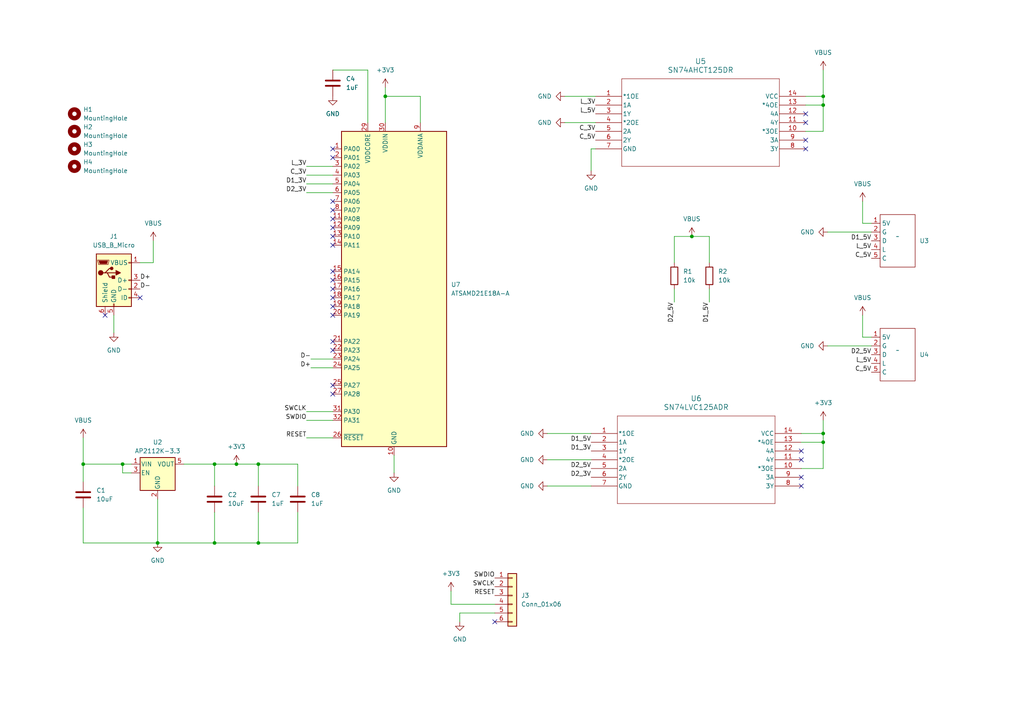
<source format=kicad_sch>
(kicad_sch (version 20230121) (generator eeschema)
  (paper "A4")
  (lib_symbols
    (symbol "Connector:USB_B_Micro" (pin_names (offset 1.016))
      (property "Reference" "J" (at -5.08 11.43 0))
      (property "Value" "USB_B_Micro" (at -5.08 8.89 0))
      (symbol "USB_B_Micro_0_1"
        (rectangle (start -5.08 -7.62) (end 5.08 7.62) (stroke (width 0.254)) (fill (type background)))
        (circle (center -3.81 2.159) (radius 0.635) (stroke (width 0.254)) (fill (type outline)))
        (circle (center -0.635 3.429) (radius 0.381) (stroke (width 0.254)) (fill (type outline)))
        (rectangle (start -0.127 -7.62) (end 0.127 -6.858))
        (polyline (pts (xy -1.905 2.159) (xy 0.635 2.159)) (stroke (width 0.254)))
        (polyline (pts (xy -3.175 2.159) (xy -2.54 2.159) (xy -1.27 3.429) (xy -0.635 3.429)) (stroke (width 0.254)))
        (polyline (pts (xy -2.54 2.159) (xy -1.905 2.159) (xy -1.27 0.889) (xy 0 0.889)) (stroke (width 0.254)))
        (polyline (pts (xy 0.635 2.794) (xy 0.635 1.524) (xy 1.905 2.159) (xy 0.635 2.794)) (stroke (width 0.254)) (fill (type outline)))
        (polyline (pts (xy -4.318 5.588) (xy -1.778 5.588) (xy -2.032 4.826) (xy -4.064 4.826) (xy -4.318 5.588)) (fill (type outline)))
        (polyline (pts (xy -4.699 5.842) (xy -4.699 5.588) (xy -4.445 4.826) (xy -4.445 4.572) (xy -1.651 4.572) (xy -1.651 4.826) (xy -1.397 5.588) (xy -1.397 5.842) (xy -4.699 5.842)))
        (rectangle (start 0.254 1.27) (end -0.508 0.508) (stroke (width 0.254)) (fill (type outline)))
        (rectangle (start 5.08 -5.207) (end 4.318 -4.953))
        (rectangle (start 5.08 -2.667) (end 4.318 -2.413))
        (rectangle (start 5.08 -0.127) (end 4.318 0.127))
        (rectangle (start 5.08 4.953) (end 4.318 5.207))
      )
      (symbol "USB_B_Micro_1_1"
        (pin power_out line (at 7.62 5.08 180) (length 2.54) (name "VBUS") (number "1"))
        (pin bidirectional line (at 7.62 -2.54 180) (length 2.54) (name "D-") (number "2"))
        (pin bidirectional line (at 7.62 0 180) (length 2.54) (name "D+") (number "3"))
        (pin passive line (at 7.62 -5.08 180) (length 2.54) (name "ID") (number "4"))
        (pin power_out line (at 0 -10.16 90) (length 2.54) (name "GND") (number "5"))
        (pin passive line (at -2.54 -10.16 90) (length 2.54) (name "Shield") (number "6"))
      )
    )
    (symbol "Connector_Generic:Conn_01x06" (pin_names (offset 1.016) hide)
      (property "Reference" "J" (at 0 7.62 0))
      (property "Value" "Conn_01x06" (at 0 -10.16 0))
      (symbol "Conn_01x06_1_1"
        (rectangle (start -1.27 -7.493) (end 0 -7.747) (stroke (width 0.1524)))
        (rectangle (start -1.27 -4.953) (end 0 -5.207) (stroke (width 0.1524)))
        (rectangle (start -1.27 -2.413) (end 0 -2.667) (stroke (width 0.1524)))
        (rectangle (start -1.27 0.127) (end 0 -0.127) (stroke (width 0.1524)))
        (rectangle (start -1.27 2.667) (end 0 2.413) (stroke (width 0.1524)))
        (rectangle (start -1.27 5.207) (end 0 4.953) (stroke (width 0.1524)))
        (rectangle (start -1.27 6.35) (end 1.27 -8.89) (stroke (width 0.254)) (fill (type background)))
        (pin passive line (at -5.08 5.08 0) (length 3.81) (name "Pin_1") (number "1"))
        (pin passive line (at -5.08 2.54 0) (length 3.81) (name "Pin_2") (number "2"))
        (pin passive line (at -5.08 0 0) (length 3.81) (name "Pin_3") (number "3"))
        (pin passive line (at -5.08 -2.54 0) (length 3.81) (name "Pin_4") (number "4"))
        (pin passive line (at -5.08 -5.08 0) (length 3.81) (name "Pin_5") (number "5"))
        (pin passive line (at -5.08 -7.62 0) (length 3.81) (name "Pin_6") (number "6"))
      )
    )
    (symbol "Device:C" (pin_numbers hide) (pin_names (offset 0.254))
      (property "Reference" "C" (at 0.635 2.54 0))
      (property "Value" "C" (at 0.635 -2.54 0))
      (symbol "C_0_1"
        (polyline (pts (xy -2.032 -0.762) (xy 2.032 -0.762)) (stroke (width 0.508)))
        (polyline (pts (xy -2.032 0.762) (xy 2.032 0.762)) (stroke (width 0.508)))
      )
      (symbol "C_1_1"
        (pin passive line (at 0 3.81 270) (length 2.794) (name "~") (number "1"))
        (pin passive line (at 0 -3.81 90) (length 2.794) (name "~") (number "2"))
      )
    )
    (symbol "Device:R" (pin_numbers hide) (pin_names (offset 0))
      (property "Reference" "R" (at 2.032 0 90))
      (property "Value" "R" (at 0 0 90))
      (symbol "R_0_1"
        (rectangle (start -1.016 -2.54) (end 1.016 2.54) (stroke (width 0.254)))
      )
      (symbol "R_1_1"
        (pin passive line (at 0 3.81 270) (length 1.27) (name "~") (number "1"))
        (pin passive line (at 0 -3.81 90) (length 1.27) (name "~") (number "2"))
      )
    )
    (symbol "MCU_Microchip_SAMD:ATSAMD21E18A-A"
      (property "Reference" "U" (at -13.97 46.99 0))
      (property "Value" "ATSAMD21E18A-A" (at 16.51 46.99 0))
      (symbol "ATSAMD21E18A-A_1_1"
        (rectangle (start -15.24 45.72) (end 15.24 -45.72) (stroke (width 0.254)) (fill (type background)))
        (pin bidirectional line (at -17.78 40.64 0) (length 2.54) (name "PA00") (number "1"))
        (pin power_in line (at 0 -48.26 90) (length 2.54) (name "GND") (number "10"))
        (pin bidirectional line (at -17.78 20.32 0) (length 2.54) (name "PA08") (number "11"))
        (pin bidirectional line (at -17.78 17.78 0) (length 2.54) (name "PA09") (number "12"))
        (pin bidirectional line (at -17.78 15.24 0) (length 2.54) (name "PA10") (number "13"))
        (pin bidirectional line (at -17.78 12.7 0) (length 2.54) (name "PA11") (number "14"))
        (pin bidirectional line (at -17.78 5.08 0) (length 2.54) (name "PA14") (number "15"))
        (pin bidirectional line (at -17.78 2.54 0) (length 2.54) (name "PA15") (number "16"))
        (pin bidirectional line (at -17.78 0 0) (length 2.54) (name "PA16") (number "17"))
        (pin bidirectional line (at -17.78 -2.54 0) (length 2.54) (name "PA17") (number "18"))
        (pin bidirectional line (at -17.78 -5.08 0) (length 2.54) (name "PA18") (number "19"))
        (pin bidirectional line (at -17.78 38.1 0) (length 2.54) (name "PA01") (number "2"))
        (pin bidirectional line (at -17.78 -7.62 0) (length 2.54) (name "PA19") (number "20"))
        (pin bidirectional line (at -17.78 -15.24 0) (length 2.54) (name "PA22") (number "21"))
        (pin bidirectional line (at -17.78 -17.78 0) (length 2.54) (name "PA23") (number "22"))
        (pin bidirectional line (at -17.78 -20.32 0) (length 2.54) (name "PA24") (number "23"))
        (pin bidirectional line (at -17.78 -22.86 0) (length 2.54) (name "PA25") (number "24"))
        (pin bidirectional line (at -17.78 -27.94 0) (length 2.54) (name "PA27") (number "25"))
        (pin input line (at -17.78 -43.18 0) (length 2.54) (name "~{RESET}") (number "26"))
        (pin bidirectional line (at -17.78 -30.48 0) (length 2.54) (name "PA28") (number "27"))
        (pin passive line (at 0 -48.26 90) (length 2.54) hide (name "GND") (number "28"))
        (pin power_out line (at -7.62 48.26 270) (length 2.54) (name "VDDCORE") (number "29"))
        (pin bidirectional line (at -17.78 35.56 0) (length 2.54) (name "PA02") (number "3"))
        (pin power_in line (at -2.54 48.26 270) (length 2.54) (name "VDDIN") (number "30"))
        (pin bidirectional line (at -17.78 -35.56 0) (length 2.54) (name "PA30") (number "31"))
        (pin bidirectional line (at -17.78 -38.1 0) (length 2.54) (name "PA31") (number "32"))
        (pin bidirectional line (at -17.78 33.02 0) (length 2.54) (name "PA03") (number "4"))
        (pin bidirectional line (at -17.78 30.48 0) (length 2.54) (name "PA04") (number "5"))
        (pin bidirectional line (at -17.78 27.94 0) (length 2.54) (name "PA05") (number "6"))
        (pin bidirectional line (at -17.78 25.4 0) (length 2.54) (name "PA06") (number "7"))
        (pin bidirectional line (at -17.78 22.86 0) (length 2.54) (name "PA07") (number "8"))
        (pin power_in line (at 7.62 48.26 270) (length 2.54) (name "VDDANA") (number "9"))
      )
    )
    (symbol "Mechanical:MountingHole" (pin_names (offset 1.016))
      (property "Reference" "H" (at 0 5.08 0))
      (property "Value" "MountingHole" (at 0 3.175 0))
      (symbol "MountingHole_0_1"
        (circle (center 0 0) (radius 1.27) (stroke (width 1.27)))
      )
    )
    (symbol "Minor_Industries:Nes_Controller_Port"
      (property "Reference" "U" (at 0 0 0))
      (symbol "Nes_Controller_Port_0_1"
        (rectangle (start -5.08 6.35) (end 5.08 -8.89))
      )
      (symbol "Nes_Controller_Port_1_1"
        (pin power_in line (at -7.62 3.81 0) (length 2.54) (name "5V") (number "1"))
        (pin power_in line (at -7.62 1.27 0) (length 2.54) (name "G") (number "2"))
        (pin output line (at -7.62 -1.27 0) (length 2.54) (name "D") (number "3"))
        (pin input line (at -7.62 -3.81 0) (length 2.54) (name "L") (number "4"))
        (pin input line (at -7.62 -6.35 0) (length 2.54) (name "C") (number "5"))
      )
    )
    (symbol "Minor_Industries:SN74AHCT125DR" (pin_names (offset 0.254))
      (property "Reference" "U5" (at 30.48 10.16 0))
      (property "Value" "SN74AHCT125DR" (at 30.48 7.62 0))
      (symbol "SN74AHCT125DR_0_1"
        (polyline (pts (xy 7.62 -20.32) (xy 53.34 -20.32)) (stroke (width 0.127)))
        (polyline (pts (xy 7.62 5.08) (xy 7.62 -20.32)) (stroke (width 0.127)))
        (polyline (pts (xy 53.34 -20.32) (xy 53.34 5.08)) (stroke (width 0.127)))
        (polyline (pts (xy 53.34 5.08) (xy 7.62 5.08)) (stroke (width 0.127)))
        (pin input line (at 0 0 0) (length 7.62) (name "*1OE") (number "1"))
        (pin input line (at 60.96 -10.16 180) (length 7.62) (name "*3OE") (number "10"))
        (pin unspecified line (at 60.96 -7.62 180) (length 7.62) (name "4Y") (number "11"))
        (pin input line (at 60.96 -5.08 180) (length 7.62) (name "4A") (number "12"))
        (pin input line (at 60.96 -2.54 180) (length 7.62) (name "*4OE") (number "13"))
        (pin power_in line (at 60.96 0 180) (length 7.62) (name "VCC") (number "14"))
        (pin input line (at 0 -2.54 0) (length 7.62) (name "1A") (number "2"))
        (pin input line (at 0 -7.62 0) (length 7.62) (name "*2OE") (number "4"))
        (pin input line (at 0 -10.16 0) (length 7.62) (name "2A") (number "5"))
        (pin power_in line (at 0 -15.24 0) (length 7.62) (name "GND") (number "7"))
        (pin unspecified line (at 60.96 -15.24 180) (length 7.62) (name "3Y") (number "8"))
        (pin input line (at 60.96 -12.7 180) (length 7.62) (name "3A") (number "9"))
      )
      (symbol "SN74AHCT125DR_1_1"
        (pin output line (at 0 -5.08 0) (length 7.62) (name "1Y") (number "3"))
        (pin output line (at 0 -12.7 0) (length 7.62) (name "2Y") (number "6"))
      )
    )
    (symbol "Minor_Industries:SN74LVC125ADR" (pin_names (offset 0.254))
      (property "Reference" "U" (at 30.48 10.16 0))
      (property "Value" "SN74LVC125ADR" (at 30.48 7.62 0))
      (symbol "SN74LVC125ADR_0_1"
        (polyline (pts (xy 7.62 -20.32) (xy 53.34 -20.32)) (stroke (width 0.127)))
        (polyline (pts (xy 7.62 5.08) (xy 7.62 -20.32)) (stroke (width 0.127)))
        (polyline (pts (xy 53.34 -20.32) (xy 53.34 5.08)) (stroke (width 0.127)))
        (polyline (pts (xy 53.34 5.08) (xy 7.62 5.08)) (stroke (width 0.127)))
        (pin input line (at 0 0 0) (length 7.62) (name "*1OE") (number "1"))
        (pin input line (at 60.96 -10.16 180) (length 7.62) (name "*3OE") (number "10"))
        (pin output line (at 60.96 -7.62 180) (length 7.62) (name "4Y") (number "11"))
        (pin input line (at 60.96 -5.08 180) (length 7.62) (name "4A") (number "12"))
        (pin input line (at 60.96 -2.54 180) (length 7.62) (name "*4OE") (number "13"))
        (pin power_in line (at 60.96 0 180) (length 7.62) (name "VCC") (number "14"))
        (pin input line (at 0 -2.54 0) (length 7.62) (name "1A") (number "2"))
        (pin output line (at 0 -5.08 0) (length 7.62) (name "1Y") (number "3"))
        (pin input line (at 0 -7.62 0) (length 7.62) (name "*2OE") (number "4"))
        (pin input line (at 0 -10.16 0) (length 7.62) (name "2A") (number "5"))
        (pin output line (at 0 -12.7 0) (length 7.62) (name "2Y") (number "6"))
        (pin power_in line (at 0 -15.24 0) (length 7.62) (name "GND") (number "7"))
        (pin output line (at 60.96 -15.24 180) (length 7.62) (name "3Y") (number "8"))
        (pin input line (at 60.96 -12.7 180) (length 7.62) (name "3A") (number "9"))
      )
    )
    (symbol "Nes_Controller_Port_1"
      (property "Reference" "U" (at 0 0 0))
      (symbol "Nes_Controller_Port_1_0_1"
        (rectangle (start -5.08 6.35) (end 5.08 -8.89))
      )
      (symbol "Nes_Controller_Port_1_1_1"
        (pin power_in line (at -7.62 3.81 0) (length 2.54) (name "5V") (number "1"))
        (pin power_in line (at -7.62 1.27 0) (length 2.54) (name "G") (number "2"))
        (pin output line (at -7.62 -1.27 0) (length 2.54) (name "D") (number "3"))
        (pin input line (at -7.62 -3.81 0) (length 2.54) (name "L") (number "4"))
        (pin input line (at -7.62 -6.35 0) (length 2.54) (name "C") (number "5"))
      )
    )
    (symbol "Regulator_Linear:AP2112K-3.3" (pin_names (offset 0.254))
      (property "Reference" "U" (at -5.08 5.715 0))
      (property "Value" "AP2112K-3.3" (at 0 5.715 0))
      (symbol "AP2112K-3.3_0_1"
        (rectangle (start -5.08 4.445) (end 5.08 -5.08) (stroke (width 0.254)) (fill (type background)))
      )
      (symbol "AP2112K-3.3_1_1"
        (pin power_in line (at -7.62 2.54 0) (length 2.54) (name "VIN") (number "1"))
        (pin power_in line (at 0 -7.62 90) (length 2.54) (name "GND") (number "2"))
        (pin input line (at -7.62 0 0) (length 2.54) (name "EN") (number "3"))
        (pin no_connect line (at 5.08 0 180) (length 2.54) hide (name "NC") (number "4"))
        (pin power_out line (at 7.62 2.54 180) (length 2.54) (name "VOUT") (number "5"))
      )
    )
    (symbol "power:+3V3" (power) (pin_names (offset 0))
      (property "Value" "+3V3" (at 0 3.556 0))
      (symbol "+3V3_0_1"
        (polyline (pts (xy -0.762 1.27) (xy 0 2.54)))
        (polyline (pts (xy 0 0) (xy 0 2.54)))
        (polyline (pts (xy 0 2.54) (xy 0.762 1.27)))
      )
      (symbol "+3V3_1_1"
        (pin power_in line (at 0 0 90) (length 0) hide (name "+3V3") (number "1"))
      )
    )
    (symbol "power:GND" (power) (pin_names (offset 0))
      (property "Value" "GND" (at 0 -3.81 0))
      (symbol "GND_0_1"
        (polyline (pts (xy 0 0) (xy 0 -1.27) (xy 1.27 -1.27) (xy 0 -2.54) (xy -1.27 -1.27) (xy 0 -1.27)))
      )
      (symbol "GND_1_1"
        (pin power_in line (at 0 0 270) (length 0) hide (name "GND") (number "1"))
      )
    )
    (symbol "power:VBUS" (power) (pin_names (offset 0))
      (property "Value" "VBUS" (at 0 3.81 0))
      (symbol "VBUS_0_1"
        (polyline (pts (xy -0.762 1.27) (xy 0 2.54)))
        (polyline (pts (xy 0 0) (xy 0 2.54)))
        (polyline (pts (xy 0 2.54) (xy 0.762 1.27)))
      )
      (symbol "VBUS_1_1"
        (pin power_in line (at 0 0 90) (length 0) hide (name "VBUS") (number "1"))
      )
    )
  )
  (junction (at 238.76 125.73))
  (junction (at 62.23 157.48))
  (junction (at 238.76 30.48))
  (junction (at 238.76 27.94))
  (junction (at 74.93 157.48))
  (junction (at 35.56 134.62))
  (junction (at 24.13 134.62))
  (junction (at 200.66 68.58))
  (junction (at 68.58 134.62))
  (junction (at 74.93 134.62))
  (junction (at 238.76 128.27))
  (junction (at 45.72 157.48))
  (junction (at 111.76 27.94))
  (junction (at 62.23 134.62))
  (no_connect (at 40.64 86.36))
  (no_connect (at 143.51 180.34))
  (no_connect (at 96.52 88.9))
  (no_connect (at 96.52 99.06))
  (no_connect (at 96.52 111.76))
  (no_connect (at 96.52 114.3))
  (no_connect (at 232.41 133.35))
  (no_connect (at 96.52 66.04))
  (no_connect (at 96.52 43.18))
  (no_connect (at 96.52 81.28))
  (no_connect (at 96.52 101.6))
  (no_connect (at 96.52 45.72))
  (no_connect (at 233.68 35.56))
  (no_connect (at 30.48 91.44))
  (no_connect (at 96.52 78.74))
  (no_connect (at 232.41 140.97))
  (no_connect (at 96.52 63.5))
  (no_connect (at 232.41 130.81))
  (no_connect (at 233.68 33.02))
  (no_connect (at 96.52 91.44))
  (no_connect (at 96.52 60.96))
  (no_connect (at 233.68 43.18))
  (no_connect (at 96.52 86.36))
  (no_connect (at 96.52 71.12))
  (no_connect (at 96.52 58.42))
  (no_connect (at 232.41 138.43))
  (no_connect (at 96.52 68.58))
  (no_connect (at 233.68 40.64))
  (no_connect (at 96.52 83.82))
  (wire (pts (xy 62.23 157.48) (xy 74.93 157.48)))
  (wire (pts (xy 35.56 134.62) (xy 38.1 134.62)))
  (wire (pts (xy 130.81 171.45) (xy 130.81 175.26)))
  (wire (pts (xy 238.76 30.48) (xy 233.68 30.48)))
  (wire (pts (xy 90.17 104.14) (xy 96.52 104.14)))
  (wire (pts (xy 24.13 127) (xy 24.13 134.62)))
  (wire (pts (xy 86.36 157.48) (xy 74.93 157.48)))
  (wire (pts (xy 250.19 97.79) (xy 252.73 97.79)))
  (wire (pts (xy 238.76 27.94) (xy 238.76 30.48)))
  (wire (pts (xy 74.93 134.62) (xy 74.93 140.97)))
  (wire (pts (xy 88.9 48.26) (xy 96.52 48.26)))
  (wire (pts (xy 106.68 20.32) (xy 106.68 35.56)))
  (wire (pts (xy 38.1 137.16) (xy 35.56 137.16)))
  (wire (pts (xy 111.76 27.94) (xy 121.92 27.94)))
  (wire (pts (xy 238.76 20.32) (xy 238.76 27.94)))
  (wire (pts (xy 24.13 157.48) (xy 45.72 157.48)))
  (wire (pts (xy 24.13 147.32) (xy 24.13 157.48)))
  (wire (pts (xy 45.72 144.78) (xy 45.72 157.48)))
  (wire (pts (xy 233.68 38.1) (xy 238.76 38.1)))
  (wire (pts (xy 62.23 134.62) (xy 62.23 140.97)))
  (wire (pts (xy 44.45 76.2) (xy 44.45 69.85)))
  (wire (pts (xy 195.58 68.58) (xy 200.66 68.58)))
  (wire (pts (xy 238.76 30.48) (xy 238.76 38.1)))
  (wire (pts (xy 88.9 127) (xy 96.52 127)))
  (wire (pts (xy 238.76 27.94) (xy 233.68 27.94)))
  (wire (pts (xy 240.03 100.33) (xy 252.73 100.33)))
  (wire (pts (xy 88.9 55.88) (xy 96.52 55.88)))
  (wire (pts (xy 86.36 148.59) (xy 86.36 157.48)))
  (wire (pts (xy 240.03 67.31) (xy 252.73 67.31)))
  (wire (pts (xy 172.72 43.18) (xy 171.45 43.18)))
  (wire (pts (xy 62.23 148.59) (xy 62.23 157.48)))
  (wire (pts (xy 40.64 76.2) (xy 44.45 76.2)))
  (wire (pts (xy 74.93 134.62) (xy 86.36 134.62)))
  (wire (pts (xy 96.52 20.32) (xy 106.68 20.32)))
  (wire (pts (xy 158.75 133.35) (xy 171.45 133.35)))
  (wire (pts (xy 88.9 50.8) (xy 96.52 50.8)))
  (wire (pts (xy 88.9 121.92) (xy 96.52 121.92)))
  (wire (pts (xy 205.74 83.82) (xy 205.74 87.63)))
  (wire (pts (xy 86.36 134.62) (xy 86.36 140.97)))
  (wire (pts (xy 68.58 134.62) (xy 74.93 134.62)))
  (wire (pts (xy 45.72 157.48) (xy 62.23 157.48)))
  (wire (pts (xy 88.9 53.34) (xy 96.52 53.34)))
  (wire (pts (xy 238.76 125.73) (xy 238.76 128.27)))
  (wire (pts (xy 111.76 27.94) (xy 111.76 35.56)))
  (wire (pts (xy 250.19 91.44) (xy 250.19 97.79)))
  (wire (pts (xy 158.75 125.73) (xy 171.45 125.73)))
  (wire (pts (xy 158.75 140.97) (xy 171.45 140.97)))
  (wire (pts (xy 121.92 35.56) (xy 121.92 27.94)))
  (wire (pts (xy 205.74 68.58) (xy 200.66 68.58)))
  (wire (pts (xy 238.76 128.27) (xy 238.76 135.89)))
  (wire (pts (xy 163.83 27.94) (xy 172.72 27.94)))
  (wire (pts (xy 195.58 76.2) (xy 195.58 68.58)))
  (wire (pts (xy 88.9 119.38) (xy 96.52 119.38)))
  (wire (pts (xy 238.76 125.73) (xy 238.76 121.92)))
  (wire (pts (xy 62.23 134.62) (xy 68.58 134.62)))
  (wire (pts (xy 195.58 87.63) (xy 195.58 83.82)))
  (wire (pts (xy 250.19 58.42) (xy 250.19 64.77)))
  (wire (pts (xy 171.45 43.18) (xy 171.45 49.53)))
  (wire (pts (xy 163.83 35.56) (xy 172.72 35.56)))
  (wire (pts (xy 250.19 64.77) (xy 252.73 64.77)))
  (wire (pts (xy 24.13 134.62) (xy 35.56 134.62)))
  (wire (pts (xy 133.35 177.8) (xy 133.35 180.34)))
  (wire (pts (xy 143.51 177.8) (xy 133.35 177.8)))
  (wire (pts (xy 111.76 25.4) (xy 111.76 27.94)))
  (wire (pts (xy 24.13 134.62) (xy 24.13 139.7)))
  (wire (pts (xy 143.51 175.26) (xy 130.81 175.26)))
  (wire (pts (xy 114.3 132.08) (xy 114.3 137.16)))
  (wire (pts (xy 205.74 76.2) (xy 205.74 68.58)))
  (wire (pts (xy 33.02 91.44) (xy 33.02 96.52)))
  (wire (pts (xy 232.41 128.27) (xy 238.76 128.27)))
  (wire (pts (xy 35.56 137.16) (xy 35.56 134.62)))
  (wire (pts (xy 74.93 148.59) (xy 74.93 157.48)))
  (wire (pts (xy 232.41 135.89) (xy 238.76 135.89)))
  (wire (pts (xy 232.41 125.73) (xy 238.76 125.73)))
  (wire (pts (xy 90.17 106.68) (xy 96.52 106.68)))
  (wire (pts (xy 53.34 134.62) (xy 62.23 134.62)))
  (label "D2_5V" (at 252.73 102.87 180))
  (label "D-" (at 90.17 104.14 180))
  (label "D+" (at 90.17 106.68 180))
  (label "C_5V" (at 252.73 107.95 180))
  (label "D+" (at 40.64 81.28 0))
  (label "L_3V" (at 88.9 48.26 180))
  (label "D2_3V" (at 171.45 138.43 180))
  (label "D1_5V" (at 171.45 128.27 180))
  (label "D1_3V" (at 88.9 53.34 180))
  (label "D2_5V" (at 195.58 87.63 270))
  (label "D1_3V" (at 171.45 130.81 180))
  (label "SWCLK" (at 143.51 170.18 180))
  (label "C_3V" (at 172.72 38.1 180))
  (label "L_5V" (at 172.72 33.02 180))
  (label "D-" (at 40.64 83.82 0))
  (label "D2_3V" (at 88.9 55.88 180))
  (label "D1_5V" (at 252.73 69.85 180))
  (label "SWCLK" (at 88.9 119.38 180))
  (label "C_5V" (at 252.73 74.93 180))
  (label "SWDIO" (at 143.51 167.64 180))
  (label "D2_5V" (at 171.45 135.89 180))
  (label "L_3V" (at 172.72 30.48 180))
  (label "L_5V" (at 252.73 72.39 180))
  (label "SWDIO" (at 88.9 121.92 180))
  (label "C_5V" (at 172.72 40.64 180))
  (label "C_3V" (at 88.9 50.8 180))
  (label "RESET" (at 143.51 172.72 180))
  (label "D1_5V" (at 205.74 87.63 270))
  (label "RESET" (at 88.9 127 180))
  (label "L_5V" (at 252.73 105.41 180))
  (symbol (lib_id "power:GND") (at 158.75 125.73 270) (unit 1)
    (property "Reference" "#PWR024" (effects hide))
    (property "Value" "GND" (at 154.94 125.73 90) (effects (justify right)))
  )
  (symbol (lib_id "power:GND") (at 171.45 49.53 0) (unit 1)
    (property "Reference" "#PWR019" (effects hide))
    (property "Value" "GND" (at 171.45 54.61 0))
  )
  (symbol (lib_id "power:VBUS") (at 44.45 69.85 0) (unit 1)
    (property "Reference" "#PWR027" (effects hide))
    (property "Value" "VBUS" (at 44.45 64.77 0))
  )
  (symbol (lib_id "Device:R") (at 195.58 80.01 0) (unit 1)
    (property "Reference" "R1" (at 198.12 78.74 0) (effects (justify left)))
    (property "Value" "10k" (at 198.12 81.28 0) (effects (justify left)))
    (property "Footprint" "Resistor_SMD:R_0805_2012Metric" (effects hide))
  )
  (symbol (lib_id "power:GND") (at 163.83 27.94 270) (unit 1)
    (property "Reference" "#PWR021" (effects hide))
    (property "Value" "GND" (at 160.02 27.94 90) (effects (justify right)))
  )
  (symbol (lib_id "Regulator_Linear:AP2112K-3.3") (at 45.72 137.16 0) (unit 1)
    (property "Reference" "U2" (at 45.72 128.27 0))
    (property "Value" "AP2112K-3.3" (at 45.72 130.81 0))
    (property "Footprint" "Package_TO_SOT_SMD:SOT-23-5" (effects hide))
    (property "Datasheet" "https://www.diodes.com/assets/Datasheets/AP2112.pdf" (effects hide))
  )
  (symbol (lib_id "Minor_Industries:Nes_Controller_Port") (at 260.35 101.6 0) (unit 1)
    (property "Reference" "U4" (at 266.7 102.87 0) (effects (justify left)))
    (property "Value" "~" (at 260.35 101.6 0))
    (property "Footprint" "Minor_Industries:NES controller port" (effects hide))
  )
  (symbol (lib_id "power:GND") (at 163.83 35.56 270) (unit 1)
    (property "Reference" "#PWR020" (effects hide))
    (property "Value" "GND" (at 160.02 35.56 90) (effects (justify right)))
  )
  (symbol (lib_id "power:+3V3") (at 238.76 121.92 0) (unit 1)
    (property "Reference" "#PWR028" (effects hide))
    (property "Value" "+3V3" (at 238.76 116.84 0))
  )
  (symbol (lib_id "power:GND") (at 96.52 27.94 0) (unit 1)
    (property "Reference" "#PWR033" (effects hide))
    (property "Value" "GND" (at 96.52 33.02 0))
  )
  (symbol (lib_id "power:+3V3") (at 111.76 25.4 0) (unit 1)
    (property "Reference" "#PWR06" (effects hide))
    (property "Value" "+3V3" (at 111.76 20.32 0))
  )
  (symbol (lib_id "power:VBUS") (at 250.19 58.42 0) (unit 1)
    (property "Reference" "#PWR02" (effects hide))
    (property "Value" "VBUS" (at 250.19 53.34 0))
  )
  (symbol (lib_id "Device:R") (at 205.74 80.01 0) (unit 1)
    (property "Reference" "R2" (at 208.28 78.74 0) (effects (justify left)))
    (property "Value" "10k" (at 208.28 81.28 0) (effects (justify left)))
    (property "Footprint" "Resistor_SMD:R_0805_2012Metric" (effects hide))
  )
  (symbol (lib_id "Device:C") (at 24.13 143.51 0) (unit 1)
    (property "Reference" "C1" (at 27.94 142.24 0) (effects (justify left)))
    (property "Value" "10uF" (at 27.94 144.78 0) (effects (justify left)))
    (property "Footprint" "Capacitor_SMD:C_1206_3216Metric" (effects hide))
  )
  (symbol (lib_id "power:VBUS") (at 24.13 127 0) (unit 1)
    (property "Reference" "#PWR05" (effects hide))
    (property "Value" "VBUS" (at 24.13 121.92 0))
  )
  (symbol (lib_name "Nes_Controller_Port_1") (lib_id "Minor_Industries:Nes_Controller_Port") (at 260.35 68.58 0) (unit 1)
    (property "Reference" "U3" (at 266.7 69.85 0) (effects (justify left)))
    (property "Value" "~" (at 260.35 68.58 0))
    (property "Footprint" "Minor_Industries:NES controller port" (effects hide))
  )
  (symbol (lib_id "power:VBUS") (at 200.66 68.58 0) (unit 1)
    (property "Reference" "#PWR030" (effects hide))
    (property "Value" "VBUS" (at 200.66 63.5 0))
  )
  (symbol (lib_id "power:GND") (at 45.72 157.48 0) (unit 1)
    (property "Reference" "#PWR01" (effects hide))
    (property "Value" "GND" (at 45.72 162.56 0))
  )
  (symbol (lib_id "Connector_Generic:Conn_01x06") (at 148.59 172.72 0) (unit 1)
    (property "Reference" "J3" (at 151.13 172.72 0) (effects (justify left)))
    (property "Value" "Conn_01x06" (at 151.13 175.26 0) (effects (justify left)))
    (property "Footprint" "Connector_PinSocket_2.54mm:PinSocket_1x06_P2.54mm_Vertical" (effects hide))
  )
  (symbol (lib_id "power:GND") (at 158.75 140.97 270) (unit 1)
    (property "Reference" "#PWR029" (effects hide))
    (property "Value" "GND" (at 154.94 140.97 90) (effects (justify right)))
  )
  (symbol (lib_id "power:GND") (at 240.03 100.33 270) (unit 1)
    (property "Reference" "#PWR015" (effects hide))
    (property "Value" "GND" (at 236.22 100.33 90) (effects (justify right)))
  )
  (symbol (lib_id "power:GND") (at 158.75 133.35 270) (unit 1)
    (property "Reference" "#PWR025" (effects hide))
    (property "Value" "GND" (at 154.94 133.35 90) (effects (justify right)))
  )
  (symbol (lib_id "power:GND") (at 33.02 96.52 0) (unit 1)
    (property "Reference" "#PWR026" (effects hide))
    (property "Value" "GND" (at 33.02 101.6 0))
  )
  (symbol (lib_id "Device:C") (at 74.93 144.78 0) (unit 1)
    (property "Reference" "C7" (at 78.74 143.51 0) (effects (justify left)))
    (property "Value" "1uF" (at 78.74 146.05 0) (effects (justify left)))
    (property "Footprint" "Capacitor_SMD:C_0805_2012Metric" (effects hide))
  )
  (symbol (lib_id "power:+3V3") (at 130.81 171.45 0) (unit 1)
    (property "Reference" "#PWR012" (effects hide))
    (property "Value" "+3V3" (at 130.81 166.37 0))
  )
  (symbol (lib_id "Mechanical:MountingHole") (at 21.59 48.26 0) (unit 1)
    (property "Reference" "H4" (at 24.13 46.99 0) (effects (justify left)))
    (property "Value" "MountingHole" (at 24.13 49.53 0) (effects (justify left)))
    (property "Footprint" "MountingHole:MountingHole_2.2mm_M2" (effects hide))
  )
  (symbol (lib_id "Mechanical:MountingHole") (at 21.59 38.1 0) (unit 1)
    (property "Reference" "H2" (at 24.13 36.83 0) (effects (justify left)))
    (property "Value" "MountingHole" (at 24.13 39.37 0) (effects (justify left)))
    (property "Footprint" "MountingHole:MountingHole_2.2mm_M2" (effects hide))
  )
  (symbol (lib_id "power:VBUS") (at 250.19 91.44 0) (unit 1)
    (property "Reference" "#PWR016" (effects hide))
    (property "Value" "VBUS" (at 250.19 86.36 0))
  )
  (symbol (lib_id "power:GND") (at 240.03 67.31 270) (unit 1)
    (property "Reference" "#PWR04" (effects hide))
    (property "Value" "GND" (at 236.22 67.31 90) (effects (justify right)))
  )
  (symbol (lib_id "MCU_Microchip_SAMD:ATSAMD21E18A-A") (at 114.3 83.82 0) (unit 1)
    (property "Reference" "U7" (at 130.81 82.55 0) (effects (justify left)))
    (property "Value" "ATSAMD21E18A-A" (at 130.81 85.09 0) (effects (justify left)))
    (property "Footprint" "Package_QFP:TQFP-32_7x7mm_P0.8mm" (effects hide))
    (property "Datasheet" "http://ww1.microchip.com/downloads/en/DeviceDoc/SAM_D21_DA1_Family_Data%20Sheet_DS40001882E.pdf" (effects hide))
  )
  (symbol (lib_id "power:GND") (at 114.3 137.16 0) (unit 1)
    (property "Reference" "#PWR035" (effects hide))
    (property "Value" "GND" (at 114.3 142.24 0))
  )
  (symbol (lib_id "Minor_Industries:SN74LVC125ADR") (at 171.45 125.73 0) (unit 1)
    (property "Reference" "U6" (at 201.93 115.57 0) (effects (font (size 1.524 1.524))))
    (property "Value" "SN74LVC125ADR" (at 201.93 118.11 0) (effects (font (size 1.524 1.524))))
    (property "Footprint" "Minor_Industries:SN74LVC125ADR" (effects hide))
    (property "Datasheet" "SN74LVC125ADR" (effects hide))
  )
  (symbol (lib_id "power:VBUS") (at 238.76 20.32 0) (unit 1)
    (property "Reference" "#PWR017" (effects hide))
    (property "Value" "VBUS" (at 238.76 15.24 0))
  )
  (symbol (lib_id "Device:C") (at 96.52 24.13 0) (unit 1)
    (property "Reference" "C4" (at 100.33 22.86 0) (effects (justify left)))
    (property "Value" "1uF" (at 100.33 25.4 0) (effects (justify left)))
    (property "Footprint" "Capacitor_SMD:C_0805_2012Metric" (effects hide))
  )
  (symbol (lib_id "Mechanical:MountingHole") (at 21.59 33.02 0) (unit 1)
    (property "Reference" "H1" (at 24.13 31.75 0) (effects (justify left)))
    (property "Value" "MountingHole" (at 24.13 34.29 0) (effects (justify left)))
    (property "Footprint" "MountingHole:MountingHole_2.2mm_M2" (effects hide))
  )
  (symbol (lib_id "Device:C") (at 86.36 144.78 0) (unit 1)
    (property "Reference" "C8" (at 90.17 143.51 0) (effects (justify left)))
    (property "Value" "1uF" (at 90.17 146.05 0) (effects (justify left)))
    (property "Footprint" "Capacitor_SMD:C_0603_1608Metric" (effects hide))
  )
  (symbol (lib_id "Mechanical:MountingHole") (at 21.59 43.18 0) (unit 1)
    (property "Reference" "H3" (at 24.13 41.91 0) (effects (justify left)))
    (property "Value" "MountingHole" (at 24.13 44.45 0) (effects (justify left)))
    (property "Footprint" "MountingHole:MountingHole_2.2mm_M2" (effects hide))
  )
  (symbol (lib_id "Minor_Industries:SN74AHCT125DR") (at 172.72 27.94 0) (unit 1)
    (property "Reference" "U5" (at 203.2 17.78 0) (effects (font (size 1.524 1.524))))
    (property "Value" "SN74AHCT125DR" (at 203.2 20.32 0) (effects (font (size 1.524 1.524))))
    (property "Footprint" "Minor_Industries:SN74AHCT125DR" (effects hide))
    (property "Datasheet" "SN74AHCT125DR" (effects hide))
  )
  (symbol (lib_id "Connector:USB_B_Micro") (at 33.02 81.28 0) (unit 1)
    (property "Reference" "J1" (at 33.02 68.58 0))
    (property "Value" "USB_B_Micro" (at 33.02 71.12 0))
    (property "Footprint" "Connector_USB:USB_Micro-B_Amphenol_10118193-0001LF_Horizontal" (effects hide))
  )
  (symbol (lib_id "power:+3V3") (at 68.58 134.62 0) (unit 1)
    (property "Reference" "#PWR018" (effects hide))
    (property "Value" "+3V3" (at 68.58 129.54 0))
  )
  (symbol (lib_id "power:GND") (at 133.35 180.34 0) (unit 1)
    (property "Reference" "#PWR03" (effects hide))
    (property "Value" "GND" (at 133.35 185.42 0))
  )
  (symbol (lib_id "Device:C") (at 62.23 144.78 0) (unit 1)
    (property "Reference" "C2" (at 66.04 143.51 0) (effects (justify left)))
    (property "Value" "10uF" (at 66.04 146.05 0) (effects (justify left)))
    (property "Footprint" "Capacitor_SMD:C_1206_3216Metric" (effects hide))
  )
)
</source>
